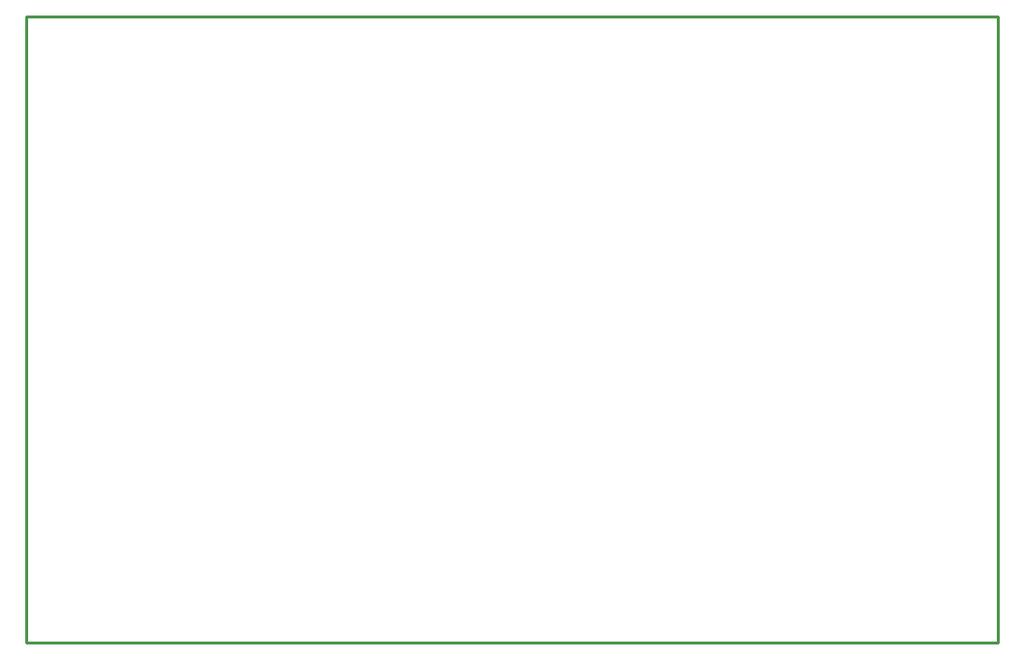
<source format=gm1>
%TF.GenerationSoftware,KiCad,Pcbnew,(6.0.7)*%
%TF.CreationDate,2023-02-05T18:06:45+01:00*%
%TF.ProjectId,projekt_fizike_panel_diellor,70726f6a-656b-4745-9f66-697a696b655f,rev?*%
%TF.SameCoordinates,Original*%
%TF.FileFunction,Profile,NP*%
%FSLAX46Y46*%
G04 Gerber Fmt 4.6, Leading zero omitted, Abs format (unit mm)*
G04 Created by KiCad (PCBNEW (6.0.7)) date 2023-02-05 18:06:45*
%MOMM*%
%LPD*%
G01*
G04 APERTURE LIST*
%TA.AperFunction,Profile*%
%ADD10C,0.254000*%
%TD*%
G04 APERTURE END LIST*
D10*
X165713190Y-117075210D02*
X80892450Y-117075210D01*
X80892450Y-62391550D02*
X165713190Y-62391550D01*
X165713190Y-62391550D02*
X165713190Y-117075210D01*
X80892450Y-117075210D02*
X80892450Y-62391550D01*
M02*

</source>
